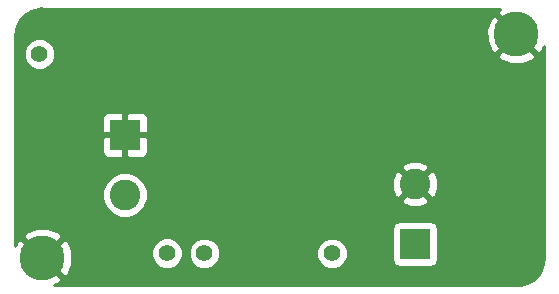
<source format=gbr>
G04 #@! TF.GenerationSoftware,KiCad,Pcbnew,5.0.2+dfsg1-1*
G04 #@! TF.CreationDate,2020-04-05T00:56:48-04:00*
G04 #@! TF.ProjectId,vreg-741,76726567-2d37-4343-912e-6b696361645f,rev?*
G04 #@! TF.SameCoordinates,Original*
G04 #@! TF.FileFunction,Copper,L2,Bot*
G04 #@! TF.FilePolarity,Positive*
%FSLAX46Y46*%
G04 Gerber Fmt 4.6, Leading zero omitted, Abs format (unit mm)*
G04 Created by KiCad (PCBNEW 5.0.2+dfsg1-1) date Sun 05 Apr 2020 12:56:48 AM EDT*
%MOMM*%
%LPD*%
G01*
G04 APERTURE LIST*
G04 #@! TA.AperFunction,ComponentPad*
%ADD10C,2.600000*%
G04 #@! TD*
G04 #@! TA.AperFunction,ComponentPad*
%ADD11R,2.600000X2.600000*%
G04 #@! TD*
G04 #@! TA.AperFunction,ComponentPad*
%ADD12C,1.400000*%
G04 #@! TD*
G04 #@! TA.AperFunction,ComponentPad*
%ADD13C,3.800000*%
G04 #@! TD*
G04 #@! TA.AperFunction,ViaPad*
%ADD14C,0.800000*%
G04 #@! TD*
G04 #@! TA.AperFunction,Conductor*
%ADD15C,0.254000*%
G04 #@! TD*
G04 APERTURE END LIST*
D10*
G04 #@! TO.P,J2,2*
G04 #@! TO.N,GND*
X199694800Y-82143600D03*
D11*
G04 #@! TO.P,J2,1*
G04 #@! TO.N,LINE*
X199694800Y-87223600D03*
G04 #@! TD*
D12*
G04 #@! TO.P,VFB,1*
G04 #@! TO.N,/VFB*
X181864000Y-88011000D03*
G04 #@! TD*
D13*
G04 #@! TO.P,H2,1*
G04 #@! TO.N,GND*
X168148000Y-88392000D03*
G04 #@! TD*
G04 #@! TO.P,H3,1*
G04 #@! TO.N,GND*
X208280000Y-69469000D03*
G04 #@! TD*
D11*
G04 #@! TO.P,J1,1*
G04 #@! TO.N,GND*
X175133000Y-77978000D03*
D10*
G04 #@! TO.P,J1,2*
G04 #@! TO.N,/VIN*
X175133000Y-83058000D03*
G04 #@! TD*
D12*
G04 #@! TO.P,VIN,1*
G04 #@! TO.N,/VIN*
X178689000Y-88000000D03*
G04 #@! TD*
G04 #@! TO.P,VBUS,1*
G04 #@! TO.N,VBUS*
X167894000Y-71120000D03*
G04 #@! TD*
G04 #@! TO.P,LINE,1*
G04 #@! TO.N,LINE*
X192659000Y-88011000D03*
G04 #@! TD*
D14*
G04 #@! TO.N,GND*
X184658000Y-68326000D03*
X186817000Y-77851000D03*
X186817000Y-84963000D03*
X189674500Y-83121500D03*
G04 #@! TD*
D15*
G04 #@! TO.N,GND*
G36*
X168075612Y-67283000D02*
X206920491Y-67283000D01*
X206865353Y-67305839D01*
X206656775Y-67666170D01*
X208280000Y-69289395D01*
X208294143Y-69275253D01*
X208473748Y-69454858D01*
X208459605Y-69469000D01*
X210082830Y-71092225D01*
X210443161Y-70883647D01*
X210618001Y-70449454D01*
X210618000Y-88350752D01*
X210550612Y-88928751D01*
X210366234Y-89436705D01*
X210069941Y-89888625D01*
X209677636Y-90260259D01*
X209210354Y-90531677D01*
X208683867Y-90691134D01*
X208248381Y-90730000D01*
X169140548Y-90730000D01*
X169562647Y-90555161D01*
X169771225Y-90194830D01*
X168148000Y-88571605D01*
X168133858Y-88585748D01*
X167954253Y-88406143D01*
X167968395Y-88392000D01*
X168327605Y-88392000D01*
X169950830Y-90015225D01*
X170311161Y-89806647D01*
X170687862Y-88871157D01*
X170677892Y-87862721D01*
X170624762Y-87734452D01*
X177354000Y-87734452D01*
X177354000Y-88265548D01*
X177557242Y-88756217D01*
X177932783Y-89131758D01*
X178423452Y-89335000D01*
X178954548Y-89335000D01*
X179445217Y-89131758D01*
X179820758Y-88756217D01*
X180024000Y-88265548D01*
X180024000Y-87745452D01*
X180529000Y-87745452D01*
X180529000Y-88276548D01*
X180732242Y-88767217D01*
X181107783Y-89142758D01*
X181598452Y-89346000D01*
X182129548Y-89346000D01*
X182620217Y-89142758D01*
X182995758Y-88767217D01*
X183199000Y-88276548D01*
X183199000Y-87745452D01*
X191324000Y-87745452D01*
X191324000Y-88276548D01*
X191527242Y-88767217D01*
X191902783Y-89142758D01*
X192393452Y-89346000D01*
X192924548Y-89346000D01*
X193415217Y-89142758D01*
X193790758Y-88767217D01*
X193994000Y-88276548D01*
X193994000Y-87745452D01*
X193790758Y-87254783D01*
X193415217Y-86879242D01*
X192924548Y-86676000D01*
X192393452Y-86676000D01*
X191902783Y-86879242D01*
X191527242Y-87254783D01*
X191324000Y-87745452D01*
X183199000Y-87745452D01*
X182995758Y-87254783D01*
X182620217Y-86879242D01*
X182129548Y-86676000D01*
X181598452Y-86676000D01*
X181107783Y-86879242D01*
X180732242Y-87254783D01*
X180529000Y-87745452D01*
X180024000Y-87745452D01*
X180024000Y-87734452D01*
X179820758Y-87243783D01*
X179445217Y-86868242D01*
X178954548Y-86665000D01*
X178423452Y-86665000D01*
X177932783Y-86868242D01*
X177557242Y-87243783D01*
X177354000Y-87734452D01*
X170624762Y-87734452D01*
X170311161Y-86977353D01*
X169950830Y-86768775D01*
X168327605Y-88392000D01*
X167968395Y-88392000D01*
X166345170Y-86768775D01*
X165984839Y-86977353D01*
X165810000Y-87411544D01*
X165810000Y-86589170D01*
X166524775Y-86589170D01*
X168148000Y-88212395D01*
X169771225Y-86589170D01*
X169562647Y-86228839D01*
X168804624Y-85923600D01*
X197747360Y-85923600D01*
X197747360Y-88523600D01*
X197796643Y-88771365D01*
X197936991Y-88981409D01*
X198147035Y-89121757D01*
X198394800Y-89171040D01*
X200994800Y-89171040D01*
X201242565Y-89121757D01*
X201452609Y-88981409D01*
X201592957Y-88771365D01*
X201642240Y-88523600D01*
X201642240Y-85923600D01*
X201592957Y-85675835D01*
X201452609Y-85465791D01*
X201242565Y-85325443D01*
X200994800Y-85276160D01*
X198394800Y-85276160D01*
X198147035Y-85325443D01*
X197936991Y-85465791D01*
X197796643Y-85675835D01*
X197747360Y-85923600D01*
X168804624Y-85923600D01*
X168627157Y-85852138D01*
X167618721Y-85862108D01*
X166733353Y-86228839D01*
X166524775Y-86589170D01*
X165810000Y-86589170D01*
X165810000Y-82673105D01*
X173198000Y-82673105D01*
X173198000Y-83442895D01*
X173492586Y-84154090D01*
X174036910Y-84698414D01*
X174748105Y-84993000D01*
X175517895Y-84993000D01*
X176229090Y-84698414D01*
X176773414Y-84154090D01*
X177038937Y-83513059D01*
X198504946Y-83513059D01*
X198640304Y-83811055D01*
X199358680Y-84087666D01*
X200128227Y-84068310D01*
X200749296Y-83811055D01*
X200884654Y-83513059D01*
X199694800Y-82323205D01*
X198504946Y-83513059D01*
X177038937Y-83513059D01*
X177068000Y-83442895D01*
X177068000Y-82673105D01*
X176773414Y-81961910D01*
X176618984Y-81807480D01*
X197750734Y-81807480D01*
X197770090Y-82577027D01*
X198027345Y-83198096D01*
X198325341Y-83333454D01*
X199515195Y-82143600D01*
X199874405Y-82143600D01*
X201064259Y-83333454D01*
X201362255Y-83198096D01*
X201638866Y-82479720D01*
X201619510Y-81710173D01*
X201362255Y-81089104D01*
X201064259Y-80953746D01*
X199874405Y-82143600D01*
X199515195Y-82143600D01*
X198325341Y-80953746D01*
X198027345Y-81089104D01*
X197750734Y-81807480D01*
X176618984Y-81807480D01*
X176229090Y-81417586D01*
X175517895Y-81123000D01*
X174748105Y-81123000D01*
X174036910Y-81417586D01*
X173492586Y-81961910D01*
X173198000Y-82673105D01*
X165810000Y-82673105D01*
X165810000Y-80774141D01*
X198504946Y-80774141D01*
X199694800Y-81963995D01*
X200884654Y-80774141D01*
X200749296Y-80476145D01*
X200030920Y-80199534D01*
X199261373Y-80218890D01*
X198640304Y-80476145D01*
X198504946Y-80774141D01*
X165810000Y-80774141D01*
X165810000Y-78263750D01*
X173198000Y-78263750D01*
X173198000Y-79404309D01*
X173294673Y-79637698D01*
X173473301Y-79816327D01*
X173706690Y-79913000D01*
X174847250Y-79913000D01*
X175006000Y-79754250D01*
X175006000Y-78105000D01*
X175260000Y-78105000D01*
X175260000Y-79754250D01*
X175418750Y-79913000D01*
X176559310Y-79913000D01*
X176792699Y-79816327D01*
X176971327Y-79637698D01*
X177068000Y-79404309D01*
X177068000Y-78263750D01*
X176909250Y-78105000D01*
X175260000Y-78105000D01*
X175006000Y-78105000D01*
X173356750Y-78105000D01*
X173198000Y-78263750D01*
X165810000Y-78263750D01*
X165810000Y-76551691D01*
X173198000Y-76551691D01*
X173198000Y-77692250D01*
X173356750Y-77851000D01*
X175006000Y-77851000D01*
X175006000Y-76201750D01*
X175260000Y-76201750D01*
X175260000Y-77851000D01*
X176909250Y-77851000D01*
X177068000Y-77692250D01*
X177068000Y-76551691D01*
X176971327Y-76318302D01*
X176792699Y-76139673D01*
X176559310Y-76043000D01*
X175418750Y-76043000D01*
X175260000Y-76201750D01*
X175006000Y-76201750D01*
X174847250Y-76043000D01*
X173706690Y-76043000D01*
X173473301Y-76139673D01*
X173294673Y-76318302D01*
X173198000Y-76551691D01*
X165810000Y-76551691D01*
X165810000Y-70854452D01*
X166559000Y-70854452D01*
X166559000Y-71385548D01*
X166762242Y-71876217D01*
X167137783Y-72251758D01*
X167628452Y-72455000D01*
X168159548Y-72455000D01*
X168650217Y-72251758D01*
X169025758Y-71876217D01*
X169229000Y-71385548D01*
X169229000Y-71271830D01*
X206656775Y-71271830D01*
X206865353Y-71632161D01*
X207800843Y-72008862D01*
X208809279Y-71998892D01*
X209694647Y-71632161D01*
X209903225Y-71271830D01*
X208280000Y-69648605D01*
X206656775Y-71271830D01*
X169229000Y-71271830D01*
X169229000Y-70854452D01*
X169025758Y-70363783D01*
X168650217Y-69988242D01*
X168159548Y-69785000D01*
X167628452Y-69785000D01*
X167137783Y-69988242D01*
X166762242Y-70363783D01*
X166559000Y-70854452D01*
X165810000Y-70854452D01*
X165810000Y-69637248D01*
X165877388Y-69059249D01*
X165902581Y-68989843D01*
X205740138Y-68989843D01*
X205750108Y-69998279D01*
X206116839Y-70883647D01*
X206477170Y-71092225D01*
X208100395Y-69469000D01*
X206477170Y-67845775D01*
X206116839Y-68054353D01*
X205740138Y-68989843D01*
X165902581Y-68989843D01*
X166061766Y-68551295D01*
X166358057Y-68099376D01*
X166750364Y-67727742D01*
X167217641Y-67456325D01*
X167744132Y-67296866D01*
X168021067Y-67272150D01*
X168075612Y-67283000D01*
X168075612Y-67283000D01*
G37*
X168075612Y-67283000D02*
X206920491Y-67283000D01*
X206865353Y-67305839D01*
X206656775Y-67666170D01*
X208280000Y-69289395D01*
X208294143Y-69275253D01*
X208473748Y-69454858D01*
X208459605Y-69469000D01*
X210082830Y-71092225D01*
X210443161Y-70883647D01*
X210618001Y-70449454D01*
X210618000Y-88350752D01*
X210550612Y-88928751D01*
X210366234Y-89436705D01*
X210069941Y-89888625D01*
X209677636Y-90260259D01*
X209210354Y-90531677D01*
X208683867Y-90691134D01*
X208248381Y-90730000D01*
X169140548Y-90730000D01*
X169562647Y-90555161D01*
X169771225Y-90194830D01*
X168148000Y-88571605D01*
X168133858Y-88585748D01*
X167954253Y-88406143D01*
X167968395Y-88392000D01*
X168327605Y-88392000D01*
X169950830Y-90015225D01*
X170311161Y-89806647D01*
X170687862Y-88871157D01*
X170677892Y-87862721D01*
X170624762Y-87734452D01*
X177354000Y-87734452D01*
X177354000Y-88265548D01*
X177557242Y-88756217D01*
X177932783Y-89131758D01*
X178423452Y-89335000D01*
X178954548Y-89335000D01*
X179445217Y-89131758D01*
X179820758Y-88756217D01*
X180024000Y-88265548D01*
X180024000Y-87745452D01*
X180529000Y-87745452D01*
X180529000Y-88276548D01*
X180732242Y-88767217D01*
X181107783Y-89142758D01*
X181598452Y-89346000D01*
X182129548Y-89346000D01*
X182620217Y-89142758D01*
X182995758Y-88767217D01*
X183199000Y-88276548D01*
X183199000Y-87745452D01*
X191324000Y-87745452D01*
X191324000Y-88276548D01*
X191527242Y-88767217D01*
X191902783Y-89142758D01*
X192393452Y-89346000D01*
X192924548Y-89346000D01*
X193415217Y-89142758D01*
X193790758Y-88767217D01*
X193994000Y-88276548D01*
X193994000Y-87745452D01*
X193790758Y-87254783D01*
X193415217Y-86879242D01*
X192924548Y-86676000D01*
X192393452Y-86676000D01*
X191902783Y-86879242D01*
X191527242Y-87254783D01*
X191324000Y-87745452D01*
X183199000Y-87745452D01*
X182995758Y-87254783D01*
X182620217Y-86879242D01*
X182129548Y-86676000D01*
X181598452Y-86676000D01*
X181107783Y-86879242D01*
X180732242Y-87254783D01*
X180529000Y-87745452D01*
X180024000Y-87745452D01*
X180024000Y-87734452D01*
X179820758Y-87243783D01*
X179445217Y-86868242D01*
X178954548Y-86665000D01*
X178423452Y-86665000D01*
X177932783Y-86868242D01*
X177557242Y-87243783D01*
X177354000Y-87734452D01*
X170624762Y-87734452D01*
X170311161Y-86977353D01*
X169950830Y-86768775D01*
X168327605Y-88392000D01*
X167968395Y-88392000D01*
X166345170Y-86768775D01*
X165984839Y-86977353D01*
X165810000Y-87411544D01*
X165810000Y-86589170D01*
X166524775Y-86589170D01*
X168148000Y-88212395D01*
X169771225Y-86589170D01*
X169562647Y-86228839D01*
X168804624Y-85923600D01*
X197747360Y-85923600D01*
X197747360Y-88523600D01*
X197796643Y-88771365D01*
X197936991Y-88981409D01*
X198147035Y-89121757D01*
X198394800Y-89171040D01*
X200994800Y-89171040D01*
X201242565Y-89121757D01*
X201452609Y-88981409D01*
X201592957Y-88771365D01*
X201642240Y-88523600D01*
X201642240Y-85923600D01*
X201592957Y-85675835D01*
X201452609Y-85465791D01*
X201242565Y-85325443D01*
X200994800Y-85276160D01*
X198394800Y-85276160D01*
X198147035Y-85325443D01*
X197936991Y-85465791D01*
X197796643Y-85675835D01*
X197747360Y-85923600D01*
X168804624Y-85923600D01*
X168627157Y-85852138D01*
X167618721Y-85862108D01*
X166733353Y-86228839D01*
X166524775Y-86589170D01*
X165810000Y-86589170D01*
X165810000Y-82673105D01*
X173198000Y-82673105D01*
X173198000Y-83442895D01*
X173492586Y-84154090D01*
X174036910Y-84698414D01*
X174748105Y-84993000D01*
X175517895Y-84993000D01*
X176229090Y-84698414D01*
X176773414Y-84154090D01*
X177038937Y-83513059D01*
X198504946Y-83513059D01*
X198640304Y-83811055D01*
X199358680Y-84087666D01*
X200128227Y-84068310D01*
X200749296Y-83811055D01*
X200884654Y-83513059D01*
X199694800Y-82323205D01*
X198504946Y-83513059D01*
X177038937Y-83513059D01*
X177068000Y-83442895D01*
X177068000Y-82673105D01*
X176773414Y-81961910D01*
X176618984Y-81807480D01*
X197750734Y-81807480D01*
X197770090Y-82577027D01*
X198027345Y-83198096D01*
X198325341Y-83333454D01*
X199515195Y-82143600D01*
X199874405Y-82143600D01*
X201064259Y-83333454D01*
X201362255Y-83198096D01*
X201638866Y-82479720D01*
X201619510Y-81710173D01*
X201362255Y-81089104D01*
X201064259Y-80953746D01*
X199874405Y-82143600D01*
X199515195Y-82143600D01*
X198325341Y-80953746D01*
X198027345Y-81089104D01*
X197750734Y-81807480D01*
X176618984Y-81807480D01*
X176229090Y-81417586D01*
X175517895Y-81123000D01*
X174748105Y-81123000D01*
X174036910Y-81417586D01*
X173492586Y-81961910D01*
X173198000Y-82673105D01*
X165810000Y-82673105D01*
X165810000Y-80774141D01*
X198504946Y-80774141D01*
X199694800Y-81963995D01*
X200884654Y-80774141D01*
X200749296Y-80476145D01*
X200030920Y-80199534D01*
X199261373Y-80218890D01*
X198640304Y-80476145D01*
X198504946Y-80774141D01*
X165810000Y-80774141D01*
X165810000Y-78263750D01*
X173198000Y-78263750D01*
X173198000Y-79404309D01*
X173294673Y-79637698D01*
X173473301Y-79816327D01*
X173706690Y-79913000D01*
X174847250Y-79913000D01*
X175006000Y-79754250D01*
X175006000Y-78105000D01*
X175260000Y-78105000D01*
X175260000Y-79754250D01*
X175418750Y-79913000D01*
X176559310Y-79913000D01*
X176792699Y-79816327D01*
X176971327Y-79637698D01*
X177068000Y-79404309D01*
X177068000Y-78263750D01*
X176909250Y-78105000D01*
X175260000Y-78105000D01*
X175006000Y-78105000D01*
X173356750Y-78105000D01*
X173198000Y-78263750D01*
X165810000Y-78263750D01*
X165810000Y-76551691D01*
X173198000Y-76551691D01*
X173198000Y-77692250D01*
X173356750Y-77851000D01*
X175006000Y-77851000D01*
X175006000Y-76201750D01*
X175260000Y-76201750D01*
X175260000Y-77851000D01*
X176909250Y-77851000D01*
X177068000Y-77692250D01*
X177068000Y-76551691D01*
X176971327Y-76318302D01*
X176792699Y-76139673D01*
X176559310Y-76043000D01*
X175418750Y-76043000D01*
X175260000Y-76201750D01*
X175006000Y-76201750D01*
X174847250Y-76043000D01*
X173706690Y-76043000D01*
X173473301Y-76139673D01*
X173294673Y-76318302D01*
X173198000Y-76551691D01*
X165810000Y-76551691D01*
X165810000Y-70854452D01*
X166559000Y-70854452D01*
X166559000Y-71385548D01*
X166762242Y-71876217D01*
X167137783Y-72251758D01*
X167628452Y-72455000D01*
X168159548Y-72455000D01*
X168650217Y-72251758D01*
X169025758Y-71876217D01*
X169229000Y-71385548D01*
X169229000Y-71271830D01*
X206656775Y-71271830D01*
X206865353Y-71632161D01*
X207800843Y-72008862D01*
X208809279Y-71998892D01*
X209694647Y-71632161D01*
X209903225Y-71271830D01*
X208280000Y-69648605D01*
X206656775Y-71271830D01*
X169229000Y-71271830D01*
X169229000Y-70854452D01*
X169025758Y-70363783D01*
X168650217Y-69988242D01*
X168159548Y-69785000D01*
X167628452Y-69785000D01*
X167137783Y-69988242D01*
X166762242Y-70363783D01*
X166559000Y-70854452D01*
X165810000Y-70854452D01*
X165810000Y-69637248D01*
X165877388Y-69059249D01*
X165902581Y-68989843D01*
X205740138Y-68989843D01*
X205750108Y-69998279D01*
X206116839Y-70883647D01*
X206477170Y-71092225D01*
X208100395Y-69469000D01*
X206477170Y-67845775D01*
X206116839Y-68054353D01*
X205740138Y-68989843D01*
X165902581Y-68989843D01*
X166061766Y-68551295D01*
X166358057Y-68099376D01*
X166750364Y-67727742D01*
X167217641Y-67456325D01*
X167744132Y-67296866D01*
X168021067Y-67272150D01*
X168075612Y-67283000D01*
G04 #@! TD*
M02*

</source>
